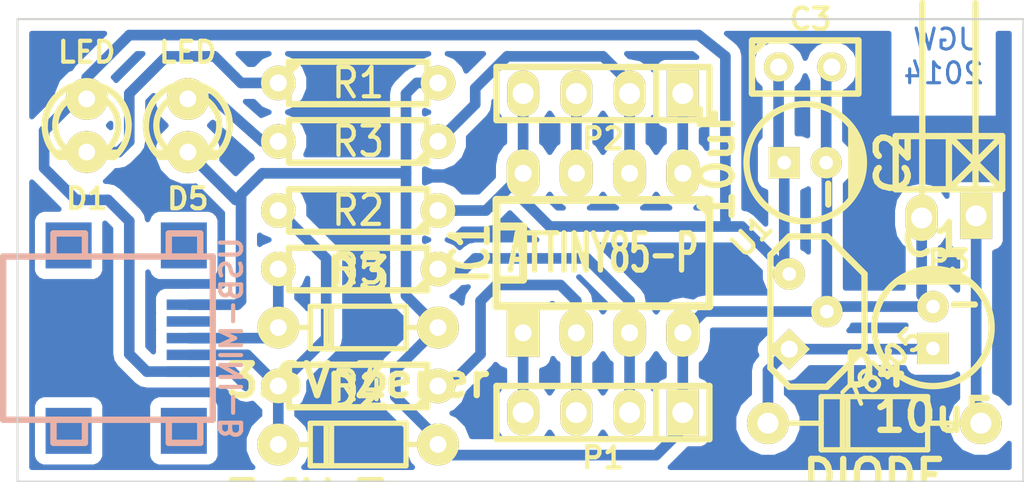
<source format=kicad_pcb>
(kicad_pcb (version 3) (host pcbnew "(2013-07-07 BZR 4022)-stable")

  (general
    (links 37)
    (no_connects 0)
    (area 113.95202 92.557599 164.642001 117.7544)
    (thickness 1.6)
    (drawings 5)
    (tracks 110)
    (zones 0)
    (modules 19)
    (nets 15)
  )

  (page USLetter)
  (layers
    (15 F.Cu signal)
    (0 B.Cu signal)
    (16 B.Adhes user)
    (17 F.Adhes user)
    (18 B.Paste user)
    (19 F.Paste user)
    (20 B.SilkS user)
    (21 F.SilkS user)
    (22 B.Mask user)
    (23 F.Mask user)
    (24 Dwgs.User user)
    (25 Cmts.User user)
    (26 Eco1.User user)
    (27 Eco2.User user)
    (28 Edge.Cuts user)
  )

  (setup
    (last_trace_width 0.508)
    (trace_clearance 0.254)
    (zone_clearance 0.508)
    (zone_45_only no)
    (trace_min 0.254)
    (segment_width 0.2)
    (edge_width 0.1)
    (via_size 0.889)
    (via_drill 0.635)
    (via_min_size 0.889)
    (via_min_drill 0.508)
    (uvia_size 0.508)
    (uvia_drill 0.127)
    (uvias_allowed no)
    (uvia_min_size 0.508)
    (uvia_min_drill 0.127)
    (pcb_text_width 0.3)
    (pcb_text_size 1.5 1.5)
    (mod_edge_width 0.15)
    (mod_text_size 1 1)
    (mod_text_width 0.15)
    (pad_size 1.5 1.5)
    (pad_drill 0.65)
    (pad_to_mask_clearance 0)
    (aux_axis_origin 0 0)
    (visible_elements 7FFFFFCF)
    (pcbplotparams
      (layerselection 3178497)
      (usegerberextensions true)
      (excludeedgelayer true)
      (linewidth 0.150000)
      (plotframeref false)
      (viasonmask false)
      (mode 1)
      (useauxorigin false)
      (hpglpennumber 1)
      (hpglpenspeed 20)
      (hpglpendiameter 15)
      (hpglpenoverlay 2)
      (psnegative false)
      (psa4output false)
      (plotreference true)
      (plotvalue true)
      (plotothertext true)
      (plotinvisibletext false)
      (padsonsilk false)
      (subtractmaskfromsilk false)
      (outputformat 1)
      (mirror false)
      (drillshape 1)
      (scaleselection 1)
      (outputdirectory C:/Users/Joseph/Desktop/))
  )

  (net 0 "")
  (net 1 GND)
  (net 2 N-000001)
  (net 3 N-0000018)
  (net 4 N-0000019)
  (net 5 N-000002)
  (net 6 N-000005)
  (net 7 N-000006)
  (net 8 P0)
  (net 9 P1)
  (net 10 P2)
  (net 11 P3)
  (net 12 P4)
  (net 13 P5)
  (net 14 VCC)

  (net_class Default "This is the default net class."
    (clearance 0.254)
    (trace_width 0.508)
    (via_dia 0.889)
    (via_drill 0.635)
    (uvia_dia 0.508)
    (uvia_drill 0.127)
    (add_net "")
    (add_net GND)
    (add_net N-000001)
    (add_net N-0000018)
    (add_net N-0000019)
    (add_net N-000002)
    (add_net N-000005)
    (add_net N-000006)
    (add_net P0)
    (add_net P1)
    (add_net P2)
    (add_net P3)
    (add_net P4)
    (add_net P5)
    (add_net VCC)
  )

  (module TO92 (layer F.Cu) (tedit 5398F3A1) (tstamp 5395400A)
    (at 153.416 107.696 225)
    (descr "Transistor TO92 brochage type BC237")
    (tags "TR TO92")
    (path /53953B2B)
    (fp_text reference U1 (at -1.27 3.81 225) (layer F.SilkS)
      (effects (font (size 1.016 1.016) (thickness 0.2032)))
    )
    (fp_text value 78L05 (at -1.27 -5.08 225) (layer F.SilkS)
      (effects (font (size 1.016 1.016) (thickness 0.2032)))
    )
    (fp_line (start -1.27 2.54) (end 2.54 -1.27) (layer F.SilkS) (width 0.3048))
    (fp_line (start 2.54 -1.27) (end 2.54 -2.54) (layer F.SilkS) (width 0.3048))
    (fp_line (start 2.54 -2.54) (end 1.27 -3.81) (layer F.SilkS) (width 0.3048))
    (fp_line (start 1.27 -3.81) (end -1.27 -3.81) (layer F.SilkS) (width 0.3048))
    (fp_line (start -1.27 -3.81) (end -3.81 -1.27) (layer F.SilkS) (width 0.3048))
    (fp_line (start -3.81 -1.27) (end -3.81 1.27) (layer F.SilkS) (width 0.3048))
    (fp_line (start -3.81 1.27) (end -2.54 2.54) (layer F.SilkS) (width 0.3048))
    (fp_line (start -2.54 2.54) (end -1.27 2.54) (layer F.SilkS) (width 0.3048))
    (pad 1 thru_hole rect (at 1.27 -1.27 225) (size 1.397 1.397) (drill 0.8128)
      (layers *.Cu *.Mask F.SilkS)
      (net 2 N-000001)
    )
    (pad 2 thru_hole circle (at -1.27 -1.27 225) (size 1.5 1.5) (drill 0.65)
      (layers *.Cu *.Mask F.SilkS)
      (net 1 GND)
    )
    (pad 3 thru_hole circle (at -1.27 1.27 225) (size 1.5 1.5) (drill 0.65)
      (layers *.Cu *.Mask F.SilkS)
      (net 14 VCC)
    )
    (model discret/to98.wrl
      (at (xyz 0 0 0))
      (scale (xyz 1 1 1))
      (rotate (xyz 0 0 0))
    )
  )

  (module pin_strip_2-90 (layer F.Cu) (tedit 5398EE9D) (tstamp 5398E307)
    (at 161.036 103.124 180)
    (descr "Pin strip 2pin 90")
    (tags "CONN DEV")
    (path /53953AB7)
    (fp_text reference P3 (at 0 -2.159 180) (layer F.SilkS)
      (effects (font (size 1.016 1.016) (thickness 0.2032)))
    )
    (fp_text value CONN_2 (at 0.254 -3.556 180) (layer F.SilkS) hide
      (effects (font (size 1.016 0.889) (thickness 0.2032)))
    )
    (fp_line (start 0 3.81) (end -2.54 1.27) (layer F.SilkS) (width 0.3048))
    (fp_line (start 0 3.81) (end 0 1.27) (layer F.SilkS) (width 0.3048))
    (fp_line (start 0 1.27) (end -2.54 3.81) (layer F.SilkS) (width 0.3048))
    (fp_line (start -2.54 3.81) (end 2.54 3.81) (layer F.SilkS) (width 0.3048))
    (fp_line (start 2.54 3.81) (end 2.54 1.27) (layer F.SilkS) (width 0.3048))
    (fp_line (start 2.54 1.27) (end -2.54 1.27) (layer F.SilkS) (width 0.3048))
    (fp_line (start -1.27 0) (end -1.27 10.16) (layer F.SilkS) (width 0.3048))
    (fp_line (start 1.27 0) (end 1.27 10.16) (layer F.SilkS) (width 0.3048))
    (fp_line (start -2.54 3.81) (end -2.54 1.27) (layer F.SilkS) (width 0.3048))
    (pad 1 thru_hole rect (at -1.3 0 180) (size 1.524 2.19964) (drill 1.00076)
      (layers *.Cu *.Mask F.SilkS)
      (net 5 N-000002)
    )
    (pad 2 thru_hole oval (at 1.3 -0.1 180) (size 1.524 2.19964) (drill 1.00076)
      (layers *.Cu *.Mask F.SilkS)
      (net 1 GND)
    )
    (model walter/pin_strip/pin_strip_2-90.wrl
      (at (xyz 0 0 0))
      (scale (xyz 1 1 1))
      (rotate (xyz 0 0 0))
    )
  )

  (module conn_usb_B_mini_smd (layer B.Cu) (tedit 5398E470) (tstamp 539540E8)
    (at 120.904 108.966 90)
    (descr "USB B mini SMD connector")
    (path /53547C9C)
    (fp_text reference CON1 (at 0 -6.10108 90) (layer B.SilkS)
      (effects (font (size 0.99822 0.99822) (thickness 0.19558)) (justify mirror))
    )
    (fp_text value USB-MINI-B (at 0 5.90042 90) (layer B.SilkS)
      (effects (font (size 0.99822 0.99822) (thickness 0.19812)) (justify mirror))
    )
    (fp_line (start -3.8989 4.40436) (end -5.00126 4.40436) (layer B.SilkS) (width 0.3048))
    (fp_line (start -5.00126 4.40436) (end -5.00126 2.90322) (layer B.SilkS) (width 0.3048))
    (fp_line (start -5.00126 2.90322) (end -3.8989 2.90322) (layer B.SilkS) (width 0.3048))
    (fp_line (start 5.00126 2.90068) (end 3.8989 2.90068) (layer B.SilkS) (width 0.3048))
    (fp_line (start 5.00126 4.40182) (end 5.00126 2.90068) (layer B.SilkS) (width 0.3048))
    (fp_line (start 3.8989 4.40182) (end 5.00126 4.40182) (layer B.SilkS) (width 0.3048))
    (fp_line (start 3.8989 -1.09982) (end 5.00126 -1.09982) (layer B.SilkS) (width 0.3048))
    (fp_line (start 5.00126 -1.09982) (end 5.00126 -2.60096) (layer B.SilkS) (width 0.3048))
    (fp_line (start 5.00126 -2.60096) (end 3.8989 -2.60096) (layer B.SilkS) (width 0.3048))
    (fp_line (start -3.8989 -1.09982) (end -5.00126 -1.09982) (layer B.SilkS) (width 0.3048))
    (fp_line (start -5.00126 -1.09982) (end -5.00126 -2.60096) (layer B.SilkS) (width 0.3048))
    (fp_line (start -5.00126 -2.60096) (end -3.8989 -2.60096) (layer B.SilkS) (width 0.3048))
    (fp_line (start -3.8989 -5.00126) (end 3.8989 -5.00126) (layer B.SilkS) (width 0.3048))
    (fp_line (start 3.8989 -5.00126) (end 3.8989 5.00126) (layer B.SilkS) (width 0.3048))
    (fp_line (start 3.8989 5.00126) (end -3.8989 5.00126) (layer B.SilkS) (width 0.3048))
    (fp_line (start -3.8989 5.00126) (end -3.8989 -5.00126) (layer B.SilkS) (width 0.3048))
    (pad "" smd rect (at 4.42976 3.6195 90) (size 2.1971 2.1971)
      (layers B.Cu B.Paste B.Mask)
    )
    (pad 1 smd rect (at -1.59766 3.8989 90) (size 0.49784 2.1971)
      (layers B.Cu B.Paste B.Mask)
      (net 14 VCC)
    )
    (pad 2 smd rect (at -0.79756 3.8989 90) (size 0.49784 2.1971)
      (layers B.Cu B.Paste B.Mask)
      (net 4 N-0000019)
    )
    (pad 3 smd rect (at 0 3.8989 90) (size 0.49784 2.1971)
      (layers B.Cu B.Paste B.Mask)
      (net 3 N-0000018)
    )
    (pad 4 smd rect (at 0.79756 3.8989 90) (size 0.49784 2.1971)
      (layers B.Cu B.Paste B.Mask)
    )
    (pad 5 smd rect (at 1.59766 3.8989 90) (size 0.49784 2.1971)
      (layers B.Cu B.Paste B.Mask)
      (net 1 GND)
    )
    (pad "" smd rect (at -4.42976 3.6195 90) (size 2.1971 2.1971)
      (layers B.Cu B.Paste B.Mask)
    )
    (pad "" smd rect (at -4.42976 -1.8796 90) (size 2.1971 2.1971)
      (layers B.Cu B.Paste B.Mask)
    )
    (pad "" smd rect (at 4.42976 -1.8796 90) (size 2.1971 2.1971)
      (layers B.Cu B.Paste B.Mask)
    )
    (model walter/conn_pc/usb_B_mini_smd.wrl
      (at (xyz 0 0 0))
      (scale (xyz 1 1 1))
      (rotate (xyz 0 0 0))
    )
  )

  (module R3-LARGE_PADS (layer F.Cu) (tedit 47E26765) (tstamp 53954018)
    (at 132.842 111.252 180)
    (descr "Resitance 3 pas")
    (tags R)
    (path /53547DCB)
    (autoplace_cost180 10)
    (fp_text reference R4 (at 0 0 180) (layer F.SilkS)
      (effects (font (size 1.397 1.27) (thickness 0.2032)))
    )
    (fp_text value 68ohm (at 0 0 180) (layer F.SilkS) hide
      (effects (font (size 1.397 1.27) (thickness 0.2032)))
    )
    (fp_line (start -3.81 0) (end -3.302 0) (layer F.SilkS) (width 0.3048))
    (fp_line (start 3.81 0) (end 3.302 0) (layer F.SilkS) (width 0.3048))
    (fp_line (start 3.302 0) (end 3.302 -1.016) (layer F.SilkS) (width 0.3048))
    (fp_line (start 3.302 -1.016) (end -3.302 -1.016) (layer F.SilkS) (width 0.3048))
    (fp_line (start -3.302 -1.016) (end -3.302 1.016) (layer F.SilkS) (width 0.3048))
    (fp_line (start -3.302 1.016) (end 3.302 1.016) (layer F.SilkS) (width 0.3048))
    (fp_line (start 3.302 1.016) (end 3.302 0) (layer F.SilkS) (width 0.3048))
    (fp_line (start -3.302 -0.508) (end -2.794 -1.016) (layer F.SilkS) (width 0.3048))
    (pad 1 thru_hole circle (at -3.81 0 180) (size 1.651 1.651) (drill 0.8128)
      (layers *.Cu *.Mask F.SilkS)
      (net 11 P3)
    )
    (pad 2 thru_hole circle (at 3.81 0 180) (size 1.651 1.651) (drill 0.8128)
      (layers *.Cu *.Mask F.SilkS)
      (net 4 N-0000019)
    )
    (model discret/resistor.wrl
      (at (xyz 0 0 0))
      (scale (xyz 0.3 0.3 0.3))
      (rotate (xyz 0 0 0))
    )
  )

  (module R3-LARGE_PADS (layer F.Cu) (tedit 47E26765) (tstamp 53954026)
    (at 132.842 105.664 180)
    (descr "Resitance 3 pas")
    (tags R)
    (path /53547DF3)
    (autoplace_cost180 10)
    (fp_text reference R5 (at 0 0 180) (layer F.SilkS)
      (effects (font (size 1.397 1.27) (thickness 0.2032)))
    )
    (fp_text value 68ohm (at 0 0 180) (layer F.SilkS) hide
      (effects (font (size 1.397 1.27) (thickness 0.2032)))
    )
    (fp_line (start -3.81 0) (end -3.302 0) (layer F.SilkS) (width 0.3048))
    (fp_line (start 3.81 0) (end 3.302 0) (layer F.SilkS) (width 0.3048))
    (fp_line (start 3.302 0) (end 3.302 -1.016) (layer F.SilkS) (width 0.3048))
    (fp_line (start 3.302 -1.016) (end -3.302 -1.016) (layer F.SilkS) (width 0.3048))
    (fp_line (start -3.302 -1.016) (end -3.302 1.016) (layer F.SilkS) (width 0.3048))
    (fp_line (start -3.302 1.016) (end 3.302 1.016) (layer F.SilkS) (width 0.3048))
    (fp_line (start 3.302 1.016) (end 3.302 0) (layer F.SilkS) (width 0.3048))
    (fp_line (start -3.302 -0.508) (end -2.794 -1.016) (layer F.SilkS) (width 0.3048))
    (pad 1 thru_hole circle (at -3.81 0 180) (size 1.651 1.651) (drill 0.8128)
      (layers *.Cu *.Mask F.SilkS)
      (net 12 P4)
    )
    (pad 2 thru_hole circle (at 3.81 0 180) (size 1.651 1.651) (drill 0.8128)
      (layers *.Cu *.Mask F.SilkS)
      (net 3 N-0000018)
    )
    (model discret/resistor.wrl
      (at (xyz 0 0 0))
      (scale (xyz 0.3 0.3 0.3))
      (rotate (xyz 0 0 0))
    )
  )

  (module R3-LARGE_PADS (layer F.Cu) (tedit 47E26765) (tstamp 53954034)
    (at 132.842 102.87 180)
    (descr "Resitance 3 pas")
    (tags R)
    (path /53547E10)
    (autoplace_cost180 10)
    (fp_text reference R2 (at 0 0 180) (layer F.SilkS)
      (effects (font (size 1.397 1.27) (thickness 0.2032)))
    )
    (fp_text value 1.5Kohm (at 0 0 180) (layer F.SilkS) hide
      (effects (font (size 1.397 1.27) (thickness 0.2032)))
    )
    (fp_line (start -3.81 0) (end -3.302 0) (layer F.SilkS) (width 0.3048))
    (fp_line (start 3.81 0) (end 3.302 0) (layer F.SilkS) (width 0.3048))
    (fp_line (start 3.302 0) (end 3.302 -1.016) (layer F.SilkS) (width 0.3048))
    (fp_line (start 3.302 -1.016) (end -3.302 -1.016) (layer F.SilkS) (width 0.3048))
    (fp_line (start -3.302 -1.016) (end -3.302 1.016) (layer F.SilkS) (width 0.3048))
    (fp_line (start -3.302 1.016) (end 3.302 1.016) (layer F.SilkS) (width 0.3048))
    (fp_line (start 3.302 1.016) (end 3.302 0) (layer F.SilkS) (width 0.3048))
    (fp_line (start -3.302 -0.508) (end -2.794 -1.016) (layer F.SilkS) (width 0.3048))
    (pad 1 thru_hole circle (at -3.81 0 180) (size 1.651 1.651) (drill 0.8128)
      (layers *.Cu *.Mask F.SilkS)
      (net 14 VCC)
    )
    (pad 2 thru_hole circle (at 3.81 0 180) (size 1.651 1.651) (drill 0.8128)
      (layers *.Cu *.Mask F.SilkS)
      (net 4 N-0000019)
    )
    (model discret/resistor.wrl
      (at (xyz 0 0 0))
      (scale (xyz 0.3 0.3 0.3))
      (rotate (xyz 0 0 0))
    )
  )

  (module pin_socket_4 (layer F.Cu) (tedit 4B90DFFC) (tstamp 5395405C)
    (at 144.526 112.522 180)
    (descr "Pin socket 4pin")
    (tags "CONN DEV")
    (path /535B0D3C)
    (fp_text reference P1 (at 0 -2.159 180) (layer F.SilkS)
      (effects (font (size 1.016 1.016) (thickness 0.2032)))
    )
    (fp_text value CONN_4 (at 0.254 -3.556 180) (layer F.SilkS) hide
      (effects (font (size 1.016 0.889) (thickness 0.2032)))
    )
    (fp_line (start -2.54 -1.27) (end -2.54 1.27) (layer F.SilkS) (width 0.3048))
    (fp_line (start 5.08 1.27) (end -5.08 1.27) (layer F.SilkS) (width 0.3048))
    (fp_line (start -5.08 -1.27) (end 5.08 -1.27) (layer F.SilkS) (width 0.3048))
    (fp_line (start -5.08 1.27) (end -5.08 -1.27) (layer F.SilkS) (width 0.3048))
    (fp_line (start 5.08 -1.27) (end 5.08 1.27) (layer F.SilkS) (width 0.3048))
    (pad 1 thru_hole rect (at -3.81 0 180) (size 1.524 2.19964) (drill 1.00076)
      (layers *.Cu *.Mask F.SilkS)
      (net 1 GND)
    )
    (pad 2 thru_hole oval (at -1.27 0 180) (size 1.524 2.19964) (drill 1.00076)
      (layers *.Cu *.Mask F.SilkS)
      (net 12 P4)
    )
    (pad 3 thru_hole oval (at 1.27 0 180) (size 1.524 2.19964) (drill 1.00076)
      (layers *.Cu *.Mask F.SilkS)
      (net 11 P3)
    )
    (pad 4 thru_hole oval (at 3.81 0 180) (size 1.524 2.19964) (drill 1.00076)
      (layers *.Cu *.Mask F.SilkS)
      (net 13 P5)
    )
    (model walter/pin_strip/pin_socket_4.wrl
      (at (xyz 0 0 0))
      (scale (xyz 1 1 1))
      (rotate (xyz 0 0 0))
    )
  )

  (module pin_socket_4 (layer F.Cu) (tedit 4B90DFFC) (tstamp 53954069)
    (at 144.526 97.282 180)
    (descr "Pin socket 4pin")
    (tags "CONN DEV")
    (path /535B0D53)
    (fp_text reference P2 (at 0 -2.159 180) (layer F.SilkS)
      (effects (font (size 1.016 1.016) (thickness 0.2032)))
    )
    (fp_text value CONN_4 (at 0.254 -3.556 180) (layer F.SilkS) hide
      (effects (font (size 1.016 0.889) (thickness 0.2032)))
    )
    (fp_line (start -2.54 -1.27) (end -2.54 1.27) (layer F.SilkS) (width 0.3048))
    (fp_line (start 5.08 1.27) (end -5.08 1.27) (layer F.SilkS) (width 0.3048))
    (fp_line (start -5.08 -1.27) (end 5.08 -1.27) (layer F.SilkS) (width 0.3048))
    (fp_line (start -5.08 1.27) (end -5.08 -1.27) (layer F.SilkS) (width 0.3048))
    (fp_line (start 5.08 -1.27) (end 5.08 1.27) (layer F.SilkS) (width 0.3048))
    (pad 1 thru_hole rect (at -3.81 0 180) (size 1.524 2.19964) (drill 1.00076)
      (layers *.Cu *.Mask F.SilkS)
      (net 8 P0)
    )
    (pad 2 thru_hole oval (at -1.27 0 180) (size 1.524 2.19964) (drill 1.00076)
      (layers *.Cu *.Mask F.SilkS)
      (net 9 P1)
    )
    (pad 3 thru_hole oval (at 1.27 0 180) (size 1.524 2.19964) (drill 1.00076)
      (layers *.Cu *.Mask F.SilkS)
      (net 10 P2)
    )
    (pad 4 thru_hole oval (at 3.81 0 180) (size 1.524 2.19964) (drill 1.00076)
      (layers *.Cu *.Mask F.SilkS)
      (net 14 VCC)
    )
    (model walter/pin_strip/pin_socket_4.wrl
      (at (xyz 0 0 0))
      (scale (xyz 1 1 1))
      (rotate (xyz 0 0 0))
    )
  )

  (module DIP-8__300_ELL (layer F.Cu) (tedit 200000) (tstamp 53954089)
    (at 144.526 104.902)
    (descr "8 pins DIL package, elliptical pads")
    (tags DIL)
    (path /53547CC4)
    (fp_text reference IC1 (at -6.35 0 90) (layer F.SilkS)
      (effects (font (size 1.778 1.143) (thickness 0.3048)))
    )
    (fp_text value ATTINY85-P (at 0 0) (layer F.SilkS)
      (effects (font (size 1.778 1.016) (thickness 0.3048)))
    )
    (fp_line (start -5.08 -1.27) (end -3.81 -1.27) (layer F.SilkS) (width 0.381))
    (fp_line (start -3.81 -1.27) (end -3.81 1.27) (layer F.SilkS) (width 0.381))
    (fp_line (start -3.81 1.27) (end -5.08 1.27) (layer F.SilkS) (width 0.381))
    (fp_line (start -5.08 -2.54) (end 5.08 -2.54) (layer F.SilkS) (width 0.381))
    (fp_line (start 5.08 -2.54) (end 5.08 2.54) (layer F.SilkS) (width 0.381))
    (fp_line (start 5.08 2.54) (end -5.08 2.54) (layer F.SilkS) (width 0.381))
    (fp_line (start -5.08 2.54) (end -5.08 -2.54) (layer F.SilkS) (width 0.381))
    (pad 1 thru_hole rect (at -3.81 3.81) (size 1.5748 2.286) (drill 0.8128)
      (layers *.Cu *.Mask F.SilkS)
      (net 13 P5)
    )
    (pad 2 thru_hole oval (at -1.27 3.81) (size 1.5748 2.286) (drill 0.8128)
      (layers *.Cu *.Mask F.SilkS)
      (net 11 P3)
    )
    (pad 3 thru_hole oval (at 1.27 3.81) (size 1.5748 2.286) (drill 0.8128)
      (layers *.Cu *.Mask F.SilkS)
      (net 12 P4)
    )
    (pad 4 thru_hole oval (at 3.81 3.81) (size 1.5748 2.286) (drill 0.8128)
      (layers *.Cu *.Mask F.SilkS)
      (net 1 GND)
    )
    (pad 5 thru_hole oval (at 3.81 -3.81) (size 1.5748 2.286) (drill 0.8128)
      (layers *.Cu *.Mask F.SilkS)
      (net 8 P0)
    )
    (pad 6 thru_hole oval (at 1.27 -3.81) (size 1.5748 2.286) (drill 0.8128)
      (layers *.Cu *.Mask F.SilkS)
      (net 9 P1)
    )
    (pad 7 thru_hole oval (at -1.27 -3.81) (size 1.5748 2.286) (drill 0.8128)
      (layers *.Cu *.Mask F.SilkS)
      (net 10 P2)
    )
    (pad 8 thru_hole oval (at -3.81 -3.81) (size 1.5748 2.286) (drill 0.8128)
      (layers *.Cu *.Mask F.SilkS)
      (net 14 VCC)
    )
    (model dil/dil_8.wrl
      (at (xyz 0 0 0))
      (scale (xyz 1 1 1))
      (rotate (xyz 0 0 0))
    )
  )

  (module diode_do41 (layer F.Cu) (tedit 4B90E10D) (tstamp 53954097)
    (at 157.48 113.03 180)
    (descr "Diode, DO-41 package")
    (path /53953BAB)
    (fp_text reference D4 (at 0 2.54 180) (layer F.SilkS)
      (effects (font (size 1.524 1.524) (thickness 0.3048)))
    )
    (fp_text value DIODE (at 0 -2.54 180) (layer F.SilkS)
      (effects (font (size 1.524 1.524) (thickness 0.3048)))
    )
    (fp_line (start 1.524 1.27) (end 1.524 -1.27) (layer F.SilkS) (width 0.254))
    (fp_line (start 1.27 -1.27) (end 1.27 1.27) (layer F.SilkS) (width 0.254))
    (fp_line (start -2.54 -1.27) (end -2.54 1.27) (layer F.SilkS) (width 0.254))
    (fp_line (start 2.54 -1.27) (end 2.54 1.27) (layer F.SilkS) (width 0.254))
    (fp_line (start -2.54 -1.27) (end 2.54 -1.27) (layer F.SilkS) (width 0.254))
    (fp_line (start 2.54 1.27) (end -2.54 1.27) (layer F.SilkS) (width 0.254))
    (fp_line (start 4.826 0) (end 2.54 0) (layer F.SilkS) (width 0.254))
    (fp_line (start -2.54 0) (end -4.826 0) (layer F.SilkS) (width 0.254))
    (pad 1 thru_hole circle (at -5.08 0 180) (size 1.99898 1.99898) (drill 1.00076)
      (layers *.Cu *.Mask F.SilkS)
      (net 5 N-000002)
    )
    (pad 2 thru_hole circle (at 5.08 0 180) (size 1.99898 1.99898) (drill 1.00076)
      (layers *.Cu *.Mask F.SilkS)
      (net 2 N-000001)
    )
    (model walter/pth_diodes/diode_do41.wrl
      (at (xyz 0 0 0))
      (scale (xyz 1 1 1))
      (rotate (xyz 0 0 0))
    )
  )

  (module diode_do35 (layer F.Cu) (tedit 4B90E117) (tstamp 539540A5)
    (at 132.842 108.458 180)
    (descr "Diode, DO-35 package")
    (path /53547D8C)
    (fp_text reference D3 (at 0 2.54 180) (layer F.SilkS)
      (effects (font (size 1.524 1.524) (thickness 0.3048)))
    )
    (fp_text value "3.6V Zener" (at 0 -2.54 180) (layer F.SilkS)
      (effects (font (size 1.524 1.524) (thickness 0.3048)))
    )
    (fp_line (start 1.524 1.016) (end 1.524 -1.016) (layer F.SilkS) (width 0.254))
    (fp_line (start 1.27 -1.016) (end 1.27 1.016) (layer F.SilkS) (width 0.254))
    (fp_line (start 3.81 0) (end 2.286 0) (layer F.SilkS) (width 0.254))
    (fp_line (start -2.286 0) (end -3.81 0) (layer F.SilkS) (width 0.254))
    (fp_line (start -2.286 -1.016) (end 2.286 -1.016) (layer F.SilkS) (width 0.254))
    (fp_line (start 2.286 -1.016) (end 2.286 1.016) (layer F.SilkS) (width 0.254))
    (fp_line (start 2.286 1.016) (end -2.286 1.016) (layer F.SilkS) (width 0.254))
    (fp_line (start -2.286 1.016) (end -2.286 -1.016) (layer F.SilkS) (width 0.254))
    (pad 1 thru_hole circle (at -3.81 0 180) (size 1.99898 1.99898) (drill 0.8001)
      (layers *.Cu *.Mask F.SilkS)
      (net 1 GND)
    )
    (pad 2 thru_hole circle (at 3.81 0 180) (size 1.99898 1.99898) (drill 0.8001)
      (layers *.Cu *.Mask F.SilkS)
      (net 3 N-0000018)
    )
    (model walter/pth_diodes/diode_do35.wrl
      (at (xyz 0 0 0))
      (scale (xyz 1 1 1))
      (rotate (xyz 0 0 0))
    )
  )

  (module diode_do35 (layer F.Cu) (tedit 4B90E117) (tstamp 539540B3)
    (at 132.842 114.046 180)
    (descr "Diode, DO-35 package")
    (path /53547D74)
    (fp_text reference D2 (at 0 2.54 180) (layer F.SilkS)
      (effects (font (size 1.524 1.524) (thickness 0.3048)))
    )
    (fp_text value "3.6V Zener" (at 0 -2.54 180) (layer F.SilkS)
      (effects (font (size 1.524 1.524) (thickness 0.3048)))
    )
    (fp_line (start 1.524 1.016) (end 1.524 -1.016) (layer F.SilkS) (width 0.254))
    (fp_line (start 1.27 -1.016) (end 1.27 1.016) (layer F.SilkS) (width 0.254))
    (fp_line (start 3.81 0) (end 2.286 0) (layer F.SilkS) (width 0.254))
    (fp_line (start -2.286 0) (end -3.81 0) (layer F.SilkS) (width 0.254))
    (fp_line (start -2.286 -1.016) (end 2.286 -1.016) (layer F.SilkS) (width 0.254))
    (fp_line (start 2.286 -1.016) (end 2.286 1.016) (layer F.SilkS) (width 0.254))
    (fp_line (start 2.286 1.016) (end -2.286 1.016) (layer F.SilkS) (width 0.254))
    (fp_line (start -2.286 1.016) (end -2.286 -1.016) (layer F.SilkS) (width 0.254))
    (pad 1 thru_hole circle (at -3.81 0 180) (size 1.99898 1.99898) (drill 0.8001)
      (layers *.Cu *.Mask F.SilkS)
      (net 1 GND)
    )
    (pad 2 thru_hole circle (at 3.81 0 180) (size 1.99898 1.99898) (drill 0.8001)
      (layers *.Cu *.Mask F.SilkS)
      (net 4 N-0000019)
    )
    (model walter/pth_diodes/diode_do35.wrl
      (at (xyz 0 0 0))
      (scale (xyz 1 1 1))
      (rotate (xyz 0 0 0))
    )
  )

  (module CP_5x7mm (layer F.Cu) (tedit 526423F6) (tstamp 539540BE)
    (at 160.274 108.458)
    (descr "Capacitor, pol, cyl 5x7mm")
    (path /53953B4F)
    (fp_text reference C1 (at 0 -4.2) (layer F.SilkS)
      (effects (font (size 1.524 1.524) (thickness 0.3048)))
    )
    (fp_text value 10uF (at 0 4.2) (layer F.SilkS)
      (effects (font (size 1.524 1.524) (thickness 0.3048)))
    )
    (fp_line (start -0.8 -2.6) (end 0.8 -2.6) (layer F.SilkS) (width 0.3048))
    (fp_line (start -1.3 -2.4) (end 1.3 -2.4) (layer F.SilkS) (width 0.3048))
    (fp_line (start -1.7 -2.2) (end 1.7 -2.2) (layer F.SilkS) (width 0.3048))
    (fp_circle (center 0 0) (end 2.8 0) (layer F.SilkS) (width 0.3048))
    (fp_line (start 1 -1.1) (end 2 -1.1) (layer F.SilkS) (width 0.3))
    (pad 1 thru_hole rect (at 0 1) (size 1.5 1.5) (drill 0.65)
      (layers *.Cu *.Mask F.SilkS)
      (net 2 N-000001)
    )
    (pad 2 thru_hole circle (at 0 -1) (size 1.5 1.5) (drill 0.65)
      (layers *.Cu *.Mask F.SilkS)
      (net 1 GND)
    )
    (model walter/capacitors/cp_5x7mm.wrl
      (at (xyz 0 0 0))
      (scale (xyz 1 1 1))
      (rotate (xyz 0 0 0))
    )
  )

  (module CP_5x7mm (layer F.Cu) (tedit 526423F6) (tstamp 539540C9)
    (at 154.178 100.584 270)
    (descr "Capacitor, pol, cyl 5x7mm")
    (path /53953B5C)
    (fp_text reference C2 (at 0 -4.2 270) (layer F.SilkS)
      (effects (font (size 1.524 1.524) (thickness 0.3048)))
    )
    (fp_text value 10uF (at 0 4.2 270) (layer F.SilkS)
      (effects (font (size 1.524 1.524) (thickness 0.3048)))
    )
    (fp_line (start -0.8 -2.6) (end 0.8 -2.6) (layer F.SilkS) (width 0.3048))
    (fp_line (start -1.3 -2.4) (end 1.3 -2.4) (layer F.SilkS) (width 0.3048))
    (fp_line (start -1.7 -2.2) (end 1.7 -2.2) (layer F.SilkS) (width 0.3048))
    (fp_circle (center 0 0) (end 2.8 0) (layer F.SilkS) (width 0.3048))
    (fp_line (start 1 -1.1) (end 2 -1.1) (layer F.SilkS) (width 0.3))
    (pad 1 thru_hole rect (at 0 1 270) (size 1.5 1.5) (drill 0.65)
      (layers *.Cu *.Mask F.SilkS)
      (net 14 VCC)
    )
    (pad 2 thru_hole circle (at 0 -1 270) (size 1.5 1.5) (drill 0.65)
      (layers *.Cu *.Mask F.SilkS)
      (net 1 GND)
    )
    (model walter/capacitors/cp_5x7mm.wrl
      (at (xyz 0 0 0))
      (scale (xyz 1 1 1))
      (rotate (xyz 0 0 0))
    )
  )

  (module C1 (layer F.Cu) (tedit 3F92C496) (tstamp 539540F3)
    (at 154.178 96.012)
    (descr "Condensateur e = 1 pas")
    (tags C)
    (path /53953B6A)
    (fp_text reference C3 (at 0.254 -2.286) (layer F.SilkS)
      (effects (font (size 1.016 1.016) (thickness 0.2032)))
    )
    (fp_text value 100nF (at 0 -2.286) (layer F.SilkS) hide
      (effects (font (size 1.016 1.016) (thickness 0.2032)))
    )
    (fp_line (start -2.4892 -1.27) (end 2.54 -1.27) (layer F.SilkS) (width 0.3048))
    (fp_line (start 2.54 -1.27) (end 2.54 1.27) (layer F.SilkS) (width 0.3048))
    (fp_line (start 2.54 1.27) (end -2.54 1.27) (layer F.SilkS) (width 0.3048))
    (fp_line (start -2.54 1.27) (end -2.54 -1.27) (layer F.SilkS) (width 0.3048))
    (fp_line (start -2.54 -0.635) (end -1.905 -1.27) (layer F.SilkS) (width 0.3048))
    (pad 1 thru_hole circle (at -1.27 0) (size 1.397 1.397) (drill 0.8128)
      (layers *.Cu *.Mask F.SilkS)
      (net 14 VCC)
    )
    (pad 2 thru_hole circle (at 1.27 0) (size 1.397 1.397) (drill 0.8128)
      (layers *.Cu *.Mask F.SilkS)
      (net 1 GND)
    )
    (model discret/capa_1_pas.wrl
      (at (xyz 0 0 0))
      (scale (xyz 1 1 1))
      (rotate (xyz 0 0 0))
    )
  )

  (module led_3mm_red (layer F.Cu) (tedit 532D9AC8) (tstamp 539A58DD)
    (at 124.714 98.806)
    (descr "3mm red led")
    (tags led)
    (path /539A5799)
    (fp_text reference D5 (at 0 3.5) (layer F.SilkS)
      (effects (font (size 1 1) (thickness 0.2)))
    )
    (fp_text value LED (at 0 -3.5) (layer F.SilkS)
      (effects (font (size 1 1) (thickness 0.2)))
    )
    (fp_arc (start 0 0) (end 1.50876 -1.31064) (angle 90) (layer F.SilkS) (width 0.29972))
    (fp_arc (start 0 0) (end -1.33096 1.50114) (angle 90) (layer F.SilkS) (width 0.29972))
    (fp_arc (start 0 0) (end 0 -1.99898) (angle 90) (layer F.SilkS) (width 0.29972))
    (fp_arc (start 0 0) (end -1.99898 0) (angle 90) (layer F.SilkS) (width 0.29972))
    (fp_line (start -1.50114 1.30048) (end 1.50114 1.30048) (layer F.SilkS) (width 0.29972))
    (fp_line (start -1.30048 1.50114) (end 1.30048 1.50114) (layer F.SilkS) (width 0.29972))
    (fp_circle (center 0 0) (end -1.50114 0) (layer F.SilkS) (width 0.29972))
    (pad 1 thru_hole circle (at 0 -1.27) (size 1.99898 1.99898) (drill 0.8001)
      (layers *.Cu *.Mask F.SilkS)
      (net 7 N-000006)
    )
    (pad 2 thru_hole circle (at 0 1.27) (size 1.99898 1.99898) (drill 0.8001)
      (layers *.Cu *.Mask F.SilkS)
      (net 1 GND)
    )
    (model walter/indicators/led_3mm_red.wrl
      (at (xyz 0 0 0))
      (scale (xyz 1 1 1))
      (rotate (xyz 0 0 0))
    )
  )

  (module led_3mm_green (layer F.Cu) (tedit 532D9AE7) (tstamp 539A58EA)
    (at 119.888 98.806)
    (descr "3mm green led")
    (tags led)
    (path /539A56C8)
    (fp_text reference D1 (at 0 3.5) (layer F.SilkS)
      (effects (font (size 1 1) (thickness 0.2)))
    )
    (fp_text value LED (at 0 -3.5) (layer F.SilkS)
      (effects (font (size 1 1) (thickness 0.2)))
    )
    (fp_arc (start 0 0) (end 1.50876 -1.31064) (angle 90) (layer F.SilkS) (width 0.29972))
    (fp_arc (start 0 0) (end -1.33096 1.50114) (angle 90) (layer F.SilkS) (width 0.29972))
    (fp_arc (start 0 0) (end 0 -1.99898) (angle 90) (layer F.SilkS) (width 0.29972))
    (fp_arc (start 0 0) (end -1.99898 0) (angle 90) (layer F.SilkS) (width 0.29972))
    (fp_line (start -1.50114 1.30048) (end 1.50114 1.30048) (layer F.SilkS) (width 0.29972))
    (fp_line (start -1.30048 1.50114) (end 1.30048 1.50114) (layer F.SilkS) (width 0.29972))
    (fp_circle (center 0 0) (end -1.50114 0) (layer F.SilkS) (width 0.29972))
    (pad 1 thru_hole circle (at 0 -1.27) (size 1.99898 1.99898) (drill 0.8001)
      (layers *.Cu *.Mask F.SilkS)
      (net 14 VCC)
    )
    (pad 2 thru_hole circle (at 0 1.27) (size 1.99898 1.99898) (drill 0.8001)
      (layers *.Cu *.Mask F.SilkS)
      (net 6 N-000005)
    )
    (model walter/indicators/led_3mm_green.wrl
      (at (xyz 0 0 0))
      (scale (xyz 1 1 1))
      (rotate (xyz 0 0 0))
    )
  )

  (module R3-LARGE_PADS (layer F.Cu) (tedit 47E26765) (tstamp 539A596A)
    (at 132.842 96.774)
    (descr "Resitance 3 pas")
    (tags R)
    (path /539A56E1)
    (autoplace_cost180 10)
    (fp_text reference R1 (at 0 0) (layer F.SilkS)
      (effects (font (size 1.397 1.27) (thickness 0.2032)))
    )
    (fp_text value 220ohm (at 0 0) (layer F.SilkS) hide
      (effects (font (size 1.397 1.27) (thickness 0.2032)))
    )
    (fp_line (start -3.81 0) (end -3.302 0) (layer F.SilkS) (width 0.3048))
    (fp_line (start 3.81 0) (end 3.302 0) (layer F.SilkS) (width 0.3048))
    (fp_line (start 3.302 0) (end 3.302 -1.016) (layer F.SilkS) (width 0.3048))
    (fp_line (start 3.302 -1.016) (end -3.302 -1.016) (layer F.SilkS) (width 0.3048))
    (fp_line (start -3.302 -1.016) (end -3.302 1.016) (layer F.SilkS) (width 0.3048))
    (fp_line (start -3.302 1.016) (end 3.302 1.016) (layer F.SilkS) (width 0.3048))
    (fp_line (start 3.302 1.016) (end 3.302 0) (layer F.SilkS) (width 0.3048))
    (fp_line (start -3.302 -0.508) (end -2.794 -1.016) (layer F.SilkS) (width 0.3048))
    (pad 1 thru_hole circle (at -3.81 0) (size 1.651 1.651) (drill 0.8128)
      (layers *.Cu *.Mask F.SilkS)
      (net 6 N-000005)
    )
    (pad 2 thru_hole circle (at 3.81 0) (size 1.651 1.651) (drill 0.8128)
      (layers *.Cu *.Mask F.SilkS)
      (net 1 GND)
    )
    (model discret/resistor.wrl
      (at (xyz 0 0 0))
      (scale (xyz 0.3 0.3 0.3))
      (rotate (xyz 0 0 0))
    )
  )

  (module R3-LARGE_PADS (layer F.Cu) (tedit 47E26765) (tstamp 539A5978)
    (at 132.842 99.568 180)
    (descr "Resitance 3 pas")
    (tags R)
    (path /539A579F)
    (autoplace_cost180 10)
    (fp_text reference R3 (at 0 0 180) (layer F.SilkS)
      (effects (font (size 1.397 1.27) (thickness 0.2032)))
    )
    (fp_text value 220ohm (at 0 0 180) (layer F.SilkS) hide
      (effects (font (size 1.397 1.27) (thickness 0.2032)))
    )
    (fp_line (start -3.81 0) (end -3.302 0) (layer F.SilkS) (width 0.3048))
    (fp_line (start 3.81 0) (end 3.302 0) (layer F.SilkS) (width 0.3048))
    (fp_line (start 3.302 0) (end 3.302 -1.016) (layer F.SilkS) (width 0.3048))
    (fp_line (start 3.302 -1.016) (end -3.302 -1.016) (layer F.SilkS) (width 0.3048))
    (fp_line (start -3.302 -1.016) (end -3.302 1.016) (layer F.SilkS) (width 0.3048))
    (fp_line (start -3.302 1.016) (end 3.302 1.016) (layer F.SilkS) (width 0.3048))
    (fp_line (start 3.302 1.016) (end 3.302 0) (layer F.SilkS) (width 0.3048))
    (fp_line (start -3.302 -0.508) (end -2.794 -1.016) (layer F.SilkS) (width 0.3048))
    (pad 1 thru_hole circle (at -3.81 0 180) (size 1.651 1.651) (drill 0.8128)
      (layers *.Cu *.Mask F.SilkS)
      (net 9 P1)
    )
    (pad 2 thru_hole circle (at 3.81 0 180) (size 1.651 1.651) (drill 0.8128)
      (layers *.Cu *.Mask F.SilkS)
      (net 7 N-000006)
    )
    (model discret/resistor.wrl
      (at (xyz 0 0 0))
      (scale (xyz 0.3 0.3 0.3))
      (rotate (xyz 0 0 0))
    )
  )

  (gr_text "JGW\n2014" (at 160.782 95.504) (layer B.Cu)
    (effects (font (size 1 1) (thickness 0.15)) (justify mirror))
  )
  (gr_line (start 164.592 93.726) (end 116.586 93.726) (angle 90) (layer Edge.Cuts) (width 0.1))
  (gr_line (start 164.592 115.824) (end 164.592 93.726) (angle 90) (layer Edge.Cuts) (width 0.1))
  (gr_line (start 116.586 115.824) (end 164.592 115.824) (angle 90) (layer Edge.Cuts) (width 0.1))
  (gr_line (start 116.586 93.726) (end 116.586 115.824) (angle 90) (layer Edge.Cuts) (width 0.1))

  (segment (start 127.254 102.362) (end 127.254 102.108) (width 0.508) (layer B.Cu) (net 1))
  (segment (start 128.27 101.092) (end 135.128 101.092) (width 0.508) (layer B.Cu) (net 1) (tstamp 539B27ED))
  (segment (start 127.254 102.108) (end 128.27 101.092) (width 0.508) (layer B.Cu) (net 1) (tstamp 539B27EA))
  (segment (start 136.652 96.774) (end 135.636 96.774) (width 0.508) (layer B.Cu) (net 1))
  (segment (start 135.636 96.774) (end 135.128 97.282) (width 0.508) (layer B.Cu) (net 1) (tstamp 539A68CE))
  (segment (start 135.128 97.282) (end 135.128 101.092) (width 0.508) (layer B.Cu) (net 1) (tstamp 539A68D2))
  (segment (start 135.128 101.092) (end 135.128 106.934) (width 0.508) (layer B.Cu) (net 1) (tstamp 539B27F4))
  (segment (start 135.128 106.934) (end 136.652 108.458) (width 0.508) (layer B.Cu) (net 1) (tstamp 539A68D8))
  (segment (start 127.254 102.362) (end 127 102.362) (width 0.508) (layer B.Cu) (net 1))
  (segment (start 127 102.362) (end 124.714 100.076) (width 0.508) (layer B.Cu) (net 1) (tstamp 539A68A8))
  (segment (start 124.8029 107.36834) (end 127.07366 107.36834) (width 0.508) (layer B.Cu) (net 1))
  (segment (start 127.254 102.362) (end 127.254 102.362) (width 0.508) (layer B.Cu) (net 1) (tstamp 539A61DC))
  (segment (start 127.254 107.188) (end 127.254 102.362) (width 0.508) (layer B.Cu) (net 1) (tstamp 539A61D5))
  (segment (start 127.07366 107.36834) (end 127.254 107.188) (width 0.508) (layer B.Cu) (net 1) (tstamp 539A61D2))
  (segment (start 136.652 114.046) (end 136.652 113.792) (width 0.508) (layer B.Cu) (net 1))
  (segment (start 134.62 110.49) (end 136.652 108.458) (width 0.508) (layer B.Cu) (net 1) (tstamp 539A619E))
  (segment (start 134.62 111.76) (end 134.62 110.49) (width 0.508) (layer B.Cu) (net 1) (tstamp 539A619D))
  (segment (start 136.652 113.792) (end 134.62 111.76) (width 0.508) (layer B.Cu) (net 1) (tstamp 539A619C))
  (segment (start 148.336 112.522) (end 148.336 113.284) (width 0.508) (layer B.Cu) (net 1))
  (segment (start 137.16 114.554) (end 136.652 114.046) (width 0.508) (layer B.Cu) (net 1) (tstamp 539A6199))
  (segment (start 147.066 114.554) (end 137.16 114.554) (width 0.508) (layer B.Cu) (net 1) (tstamp 539A6198))
  (segment (start 148.336 113.284) (end 147.066 114.554) (width 0.508) (layer B.Cu) (net 1) (tstamp 539A6197))
  (segment (start 155.212051 107.696) (end 149.352 107.696) (width 0.508) (layer B.Cu) (net 1))
  (segment (start 149.352 107.696) (end 148.336 108.712) (width 0.508) (layer B.Cu) (net 1) (tstamp 5398F222))
  (segment (start 155.178 100.584) (end 155.178 96.282) (width 0.508) (layer B.Cu) (net 1) (status 20))
  (segment (start 155.178 96.282) (end 155.448 96.012) (width 0.508) (layer B.Cu) (net 1) (tstamp 5398F21F) (status 30))
  (segment (start 155.212051 107.696) (end 155.212051 100.618051) (width 0.508) (layer B.Cu) (net 1))
  (segment (start 155.212051 100.618051) (end 155.178 100.584) (width 0.508) (layer B.Cu) (net 1) (tstamp 5398F21B))
  (segment (start 160.274 107.458) (end 155.450051 107.458) (width 0.508) (layer B.Cu) (net 1))
  (segment (start 155.450051 107.458) (end 155.212051 107.696) (width 0.508) (layer B.Cu) (net 1) (tstamp 5398F217))
  (segment (start 159.736 103.224) (end 159.736 106.92) (width 0.508) (layer B.Cu) (net 1))
  (segment (start 159.736 106.92) (end 160.274 107.458) (width 0.508) (layer B.Cu) (net 1) (tstamp 5398F214))
  (segment (start 148.336 108.712) (end 148.336 112.522) (width 0.508) (layer B.Cu) (net 1))
  (segment (start 153.416 109.492051) (end 160.239949 109.492051) (width 0.508) (layer B.Cu) (net 2))
  (segment (start 160.239949 109.492051) (end 160.274 109.458) (width 0.508) (layer B.Cu) (net 2) (tstamp 5398F210))
  (segment (start 152.4 113.03) (end 152.4 110.508051) (width 0.508) (layer B.Cu) (net 2) (status 10))
  (segment (start 152.4 110.508051) (end 153.416 109.492051) (width 0.508) (layer B.Cu) (net 2) (tstamp 5398F20C))
  (segment (start 129.032 108.458) (end 129.032 105.664) (width 0.508) (layer B.Cu) (net 3))
  (segment (start 124.8029 108.966) (end 128.524 108.966) (width 0.508) (layer B.Cu) (net 3))
  (segment (start 128.524 108.966) (end 129.032 108.458) (width 0.508) (layer B.Cu) (net 3) (tstamp 539A61B5))
  (segment (start 129.032 111.252) (end 131.318 108.966) (width 0.508) (layer B.Cu) (net 4))
  (segment (start 131.318 105.156) (end 129.032 102.87) (width 0.508) (layer B.Cu) (net 4) (tstamp 539A61BE))
  (segment (start 131.318 108.966) (end 131.318 105.156) (width 0.508) (layer B.Cu) (net 4) (tstamp 539A61BC))
  (segment (start 129.032 111.252) (end 129.032 114.046) (width 0.508) (layer B.Cu) (net 4))
  (segment (start 124.8029 109.76356) (end 127.54356 109.76356) (width 0.508) (layer B.Cu) (net 4))
  (segment (start 127.54356 109.76356) (end 129.032 111.252) (width 0.508) (layer B.Cu) (net 4) (tstamp 539A61A4))
  (segment (start 162.336 103.124) (end 162.336 112.806) (width 0.508) (layer B.Cu) (net 5) (status 20))
  (segment (start 162.336 112.806) (end 162.56 113.03) (width 0.508) (layer B.Cu) (net 5) (tstamp 5398F206) (status 30))
  (segment (start 129.032 96.774) (end 127.254 96.774) (width 0.508) (layer B.Cu) (net 6))
  (segment (start 121.412 100.076) (end 119.888 100.076) (width 0.508) (layer B.Cu) (net 6) (tstamp 539B2998))
  (segment (start 121.92 99.568) (end 121.412 100.076) (width 0.508) (layer B.Cu) (net 6) (tstamp 539B2995))
  (segment (start 121.92 97.282) (end 121.92 99.568) (width 0.508) (layer B.Cu) (net 6) (tstamp 539B2993))
  (segment (start 123.698 95.504) (end 121.92 97.282) (width 0.508) (layer B.Cu) (net 6) (tstamp 539B298F))
  (segment (start 125.984 95.504) (end 123.698 95.504) (width 0.508) (layer B.Cu) (net 6) (tstamp 539B298B))
  (segment (start 127.254 96.774) (end 125.984 95.504) (width 0.508) (layer B.Cu) (net 6) (tstamp 539B2986))
  (segment (start 129.032 99.568) (end 128.27 99.568) (width 0.508) (layer B.Cu) (net 7) (status 30))
  (segment (start 125.984 97.536) (end 124.714 97.536) (width 0.508) (layer B.Cu) (net 7) (tstamp 539A68A0))
  (segment (start 128.27 99.568) (end 125.984 97.536) (width 0.508) (layer B.Cu) (net 7) (tstamp 539A6892) (status 10))
  (segment (start 148.336 101.092) (end 148.336 97.282) (width 0.508) (layer B.Cu) (net 8))
  (segment (start 145.796 97.282) (end 145.796 96.774) (width 0.508) (layer B.Cu) (net 9))
  (segment (start 138.43 97.79) (end 136.652 99.568) (width 0.508) (layer B.Cu) (net 9) (tstamp 539B27C3))
  (segment (start 138.43 97.028) (end 138.43 97.79) (width 0.508) (layer B.Cu) (net 9) (tstamp 539B27BE))
  (segment (start 139.954 95.504) (end 138.43 97.028) (width 0.508) (layer B.Cu) (net 9) (tstamp 539B27BA))
  (segment (start 144.526 95.504) (end 139.954 95.504) (width 0.508) (layer B.Cu) (net 9) (tstamp 539B27B4))
  (segment (start 145.796 96.774) (end 144.526 95.504) (width 0.508) (layer B.Cu) (net 9) (tstamp 539B27B2))
  (segment (start 145.796 101.092) (end 145.796 97.282) (width 0.508) (layer B.Cu) (net 9))
  (segment (start 143.256 101.092) (end 143.256 97.282) (width 0.508) (layer B.Cu) (net 10))
  (segment (start 136.652 111.252) (end 137.16 111.252) (width 0.508) (layer B.Cu) (net 11))
  (segment (start 143.256 107.188) (end 143.256 108.712) (width 0.508) (layer B.Cu) (net 11) (tstamp 539A6217))
  (segment (start 142.494 106.426) (end 143.256 107.188) (width 0.508) (layer B.Cu) (net 11) (tstamp 539A6215))
  (segment (start 139.446 106.426) (end 142.494 106.426) (width 0.508) (layer B.Cu) (net 11) (tstamp 539A6213))
  (segment (start 138.684 107.188) (end 139.446 106.426) (width 0.508) (layer B.Cu) (net 11) (tstamp 539A6211))
  (segment (start 138.684 109.728) (end 138.684 107.188) (width 0.508) (layer B.Cu) (net 11) (tstamp 539A620C))
  (segment (start 137.16 111.252) (end 138.684 109.728) (width 0.508) (layer B.Cu) (net 11) (tstamp 539A620A))
  (segment (start 143.256 108.712) (end 143.256 112.522) (width 0.508) (layer B.Cu) (net 11))
  (segment (start 136.652 105.664) (end 137.922 105.664) (width 0.508) (layer B.Cu) (net 12))
  (segment (start 145.796 107.188) (end 145.796 108.712) (width 0.508) (layer B.Cu) (net 12) (tstamp 539A6228))
  (segment (start 143.764 105.156) (end 145.796 107.188) (width 0.508) (layer B.Cu) (net 12) (tstamp 539A6224))
  (segment (start 138.43 105.156) (end 143.764 105.156) (width 0.508) (layer B.Cu) (net 12) (tstamp 539A621F))
  (segment (start 137.922 105.664) (end 138.43 105.156) (width 0.508) (layer B.Cu) (net 12) (tstamp 539A621A))
  (segment (start 145.796 108.712) (end 145.796 112.522) (width 0.508) (layer B.Cu) (net 12))
  (segment (start 140.716 108.712) (end 140.716 112.522) (width 0.508) (layer B.Cu) (net 13))
  (segment (start 119.888 97.536) (end 119.38 97.536) (width 0.508) (layer B.Cu) (net 14))
  (segment (start 122.75566 110.56366) (end 124.8029 110.56366) (width 0.508) (layer B.Cu) (net 14) (tstamp 539B29CE))
  (segment (start 121.92 109.728) (end 122.75566 110.56366) (width 0.508) (layer B.Cu) (net 14) (tstamp 539B29CC))
  (segment (start 121.92 103.378) (end 121.92 109.728) (width 0.508) (layer B.Cu) (net 14) (tstamp 539B29C8))
  (segment (start 120.904 102.362) (end 121.92 103.378) (width 0.508) (layer B.Cu) (net 14) (tstamp 539B29C5))
  (segment (start 119.38 102.362) (end 120.904 102.362) (width 0.508) (layer B.Cu) (net 14) (tstamp 539B29C1))
  (segment (start 117.856 100.838) (end 119.38 102.362) (width 0.508) (layer B.Cu) (net 14) (tstamp 539B29BE))
  (segment (start 117.856 99.06) (end 117.856 100.838) (width 0.508) (layer B.Cu) (net 14) (tstamp 539B29BA))
  (segment (start 119.38 97.536) (end 117.856 99.06) (width 0.508) (layer B.Cu) (net 14) (tstamp 539B29B6))
  (segment (start 119.888 96.52) (end 119.888 97.282) (width 0.508) (layer B.Cu) (net 14))
  (segment (start 150.368 95.504) (end 149.098 94.488) (width 0.508) (layer B.Cu) (net 14) (tstamp 539B26BE))
  (segment (start 149.098 94.488) (end 121.92 94.488) (width 0.508) (layer B.Cu) (net 14) (tstamp 539B26C6))
  (segment (start 121.92 94.488) (end 119.888 96.52) (width 0.508) (layer B.Cu) (net 14) (tstamp 539B26D2))
  (segment (start 150.368 103.632) (end 150.368 95.504) (width 0.508) (layer B.Cu) (net 14))
  (segment (start 119.888 97.282) (end 119.888 97.536) (width 0.508) (layer B.Cu) (net 14) (tstamp 539B29AE))
  (segment (start 124.8029 110.56366) (end 126.81966 110.56366) (width 0.508) (layer B.Cu) (net 14))
  (segment (start 126.81966 110.56366) (end 127.508 111.252) (width 0.508) (layer B.Cu) (net 14) (tstamp 539A6D66))
  (segment (start 136.652 102.87) (end 138.938 102.87) (width 0.508) (layer B.Cu) (net 14))
  (segment (start 138.938 102.87) (end 140.716 101.092) (width 0.508) (layer B.Cu) (net 14) (tstamp 539A62ED))
  (segment (start 140.716 101.092) (end 140.716 97.282) (width 0.508) (layer B.Cu) (net 14))
  (segment (start 153.178 100.584) (end 153.178 105.661949) (width 0.508) (layer B.Cu) (net 14))
  (segment (start 140.716 102.362) (end 140.716 101.092) (width 0.508) (layer B.Cu) (net 14) (tstamp 5398F234))
  (segment (start 141.986 103.632) (end 140.716 102.362) (width 0.508) (layer B.Cu) (net 14) (tstamp 5398F231))
  (segment (start 151.148051 103.632) (end 150.368 103.632) (width 0.508) (layer B.Cu) (net 14) (tstamp 5398F22B))
  (segment (start 150.368 103.632) (end 141.986 103.632) (width 0.508) (layer B.Cu) (net 14) (tstamp 539B26BC))
  (segment (start 153.178 105.661949) (end 151.148051 103.632) (width 0.508) (layer B.Cu) (net 14) (tstamp 5398F22A))
  (segment (start 152.908 96.012) (end 152.908 100.314) (width 0.508) (layer B.Cu) (net 14) (status 10))
  (segment (start 152.908 100.314) (end 153.178 100.584) (width 0.508) (layer B.Cu) (net 14) (tstamp 5398F227))

  (zone (net 0) (net_name "") (layer B.Cu) (tstamp 539B708B) (hatch edge 0.508)
    (connect_pads (clearance 0.508))
    (min_thickness 0.254)
    (fill (arc_segments 16) (thermal_gap 0.508) (thermal_bridge_width 0.508) (smoothing chamfer))
    (polygon
      (pts
        (xy 164.592 115.824) (xy 116.586 115.824) (xy 116.586 93.726) (xy 164.592 93.726)
      )
    )
    (filled_polygon
      (pts
        (xy 120.739764 94.411) (xy 119.259382 95.891382) (xy 119.134003 96.079024) (xy 119.134002 96.079024) (xy 118.963346 96.149539)
        (xy 118.503155 96.608927) (xy 118.253795 97.209454) (xy 118.253624 97.405139) (xy 117.271 98.387764) (xy 117.271 94.411)
        (xy 120.739764 94.411)
      )
    )
    (filled_polygon
      (pts
        (xy 121.031 98.907459) (xy 120.929518 98.8058) (xy 121.031 98.704495) (xy 121.031 98.907459)
      )
    )
    (filled_polygon
      (pts
        (xy 122.567764 95.377) (xy 121.291698 96.653065) (xy 121.274461 96.611346) (xy 121.164271 96.500964) (xy 122.288236 95.377)
        (xy 122.567764 95.377)
      )
    )
    (filled_polygon
      (pts
        (xy 126.365 106.47934) (xy 124.8029 106.47934) (xy 124.777914 106.48431) (xy 123.578595 106.48431) (xy 123.345121 106.580779)
        (xy 123.166337 106.759252) (xy 123.069461 106.992556) (xy 123.06924 107.245175) (xy 123.06924 107.743015) (xy 123.079631 107.768163)
        (xy 123.069461 107.792656) (xy 123.06946 107.793231) (xy 123.06924 107.793765) (xy 123.06935 107.88523) (xy 123.069379 107.885259)
        (xy 123.06924 108.045275) (xy 123.06924 108.543115) (xy 123.079105 108.56699) (xy 123.069461 108.590216) (xy 123.06924 108.842835)
        (xy 123.06924 109.340675) (xy 123.079105 109.36455) (xy 123.069461 109.387776) (xy 123.069257 109.620022) (xy 122.809 109.359764)
        (xy 122.809 105.806915) (xy 122.886309 105.994019) (xy 123.064782 106.172803) (xy 123.298086 106.269679) (xy 123.550705 106.2699)
        (xy 125.496295 106.2699) (xy 125.747805 106.2699) (xy 125.748338 106.269679) (xy 125.748914 106.269679) (xy 125.864884 106.221523)
        (xy 125.981279 106.173431) (xy 125.981687 106.173023) (xy 125.982218 106.172803) (xy 126.071063 106.083803) (xy 126.160063 105.994958)
        (xy 126.160283 105.994427) (xy 126.160691 105.994019) (xy 126.208783 105.877624) (xy 126.256939 105.761654) (xy 126.256939 105.761078)
        (xy 126.25716 105.760545) (xy 126.257134 105.538748) (xy 126.25716 105.509035) (xy 126.25716 103.311935) (xy 126.160691 103.078461)
        (xy 125.982218 102.899677) (xy 125.748914 102.802801) (xy 125.496295 102.80258) (xy 123.550705 102.80258) (xy 123.299195 102.80258)
        (xy 123.298661 102.8028) (xy 123.298086 102.802801) (xy 123.182115 102.850956) (xy 123.065721 102.899049) (xy 123.065312 102.899456)
        (xy 123.064782 102.899677) (xy 122.975936 102.988676) (xy 122.886937 103.077522) (xy 122.886716 103.078052) (xy 122.886309 103.078461)
        (xy 122.838216 103.194855) (xy 122.793831 103.301744) (xy 122.741329 103.037794) (xy 122.548618 102.749382) (xy 122.548617 102.749381)
        (xy 121.532618 101.733382) (xy 121.244206 101.540671) (xy 120.904 101.473) (xy 120.787147 101.473) (xy 120.812654 101.462461)
        (xy 121.272845 101.003073) (xy 121.288654 100.965) (xy 121.412 100.965) (xy 121.752205 100.897329) (xy 121.752206 100.897329)
        (xy 122.040618 100.704618) (xy 122.548618 100.196618) (xy 122.741329 99.908206) (xy 122.809 99.568) (xy 122.809 97.650235)
        (xy 123.079646 97.379589) (xy 123.079227 97.859694) (xy 123.327539 98.460654) (xy 123.672481 98.806199) (xy 123.329155 99.148927)
        (xy 123.079795 99.749454) (xy 123.079227 100.399694) (xy 123.327539 101.000654) (xy 123.786927 101.460845) (xy 124.387454 101.710205)
        (xy 125.037694 101.710773) (xy 125.075794 101.69503) (xy 126.365 102.984236) (xy 126.365 106.47934)
      )
    )
    (filled_polygon
      (pts
        (xy 127.782689 100.368963) (xy 127.641382 100.463382) (xy 127.641381 100.463382) (xy 127.641381 100.463383) (xy 127 101.104763)
        (xy 126.33341 100.438174) (xy 126.348205 100.402546) (xy 126.348773 99.752306) (xy 126.100461 99.151346) (xy 125.755518 98.8058)
        (xy 125.906005 98.655576) (xy 127.640885 100.195875) (xy 127.641382 100.196618) (xy 127.642757 100.197536) (xy 127.680959 100.231454)
        (xy 127.740204 100.266143) (xy 127.782689 100.368963)
      )
    )
    (filled_polygon
      (pts
        (xy 128.143 112.644807) (xy 128.107346 112.659539) (xy 127.647155 113.118927) (xy 127.397795 113.719454) (xy 127.397227 114.369694)
        (xy 127.645539 114.970654) (xy 127.813591 115.139) (xy 126.25716 115.139) (xy 126.25716 114.620065) (xy 126.257134 114.398268)
        (xy 126.25716 114.368555) (xy 126.25716 112.171455) (xy 126.160691 111.937981) (xy 125.982218 111.759197) (xy 125.748914 111.662321)
        (xy 125.496295 111.6621) (xy 123.550705 111.6621) (xy 123.299195 111.6621) (xy 123.298661 111.66232) (xy 123.298086 111.662321)
        (xy 123.182115 111.710476) (xy 123.065721 111.758569) (xy 123.065312 111.758976) (xy 123.064782 111.759197) (xy 122.975936 111.848196)
        (xy 122.886937 111.937042) (xy 122.886716 111.937572) (xy 122.886309 111.937981) (xy 122.838216 112.054375) (xy 122.790061 112.170346)
        (xy 122.79006 112.170921) (xy 122.78984 112.171455) (xy 122.789865 112.393251) (xy 122.78984 112.422965) (xy 122.78984 114.620065)
        (xy 122.886309 114.853539) (xy 123.064782 115.032323) (xy 123.298086 115.129199) (xy 123.550705 115.12942) (xy 125.496295 115.12942)
        (xy 125.747805 115.12942) (xy 125.748338 115.129199) (xy 125.748914 115.129199) (xy 125.864884 115.081043) (xy 125.981279 115.032951)
        (xy 125.981687 115.032543) (xy 125.982218 115.032323) (xy 126.071063 114.943323) (xy 126.160063 114.854478) (xy 126.160283 114.853947)
        (xy 126.160691 114.853539) (xy 126.208783 114.737144) (xy 126.256939 114.621174) (xy 126.256939 114.620598) (xy 126.25716 114.620065)
        (xy 126.25716 115.139) (xy 120.75806 115.139) (xy 120.75806 114.620065) (xy 120.758034 114.398268) (xy 120.75806 114.368555)
        (xy 120.75806 112.171455) (xy 120.661591 111.937981) (xy 120.483118 111.759197) (xy 120.249814 111.662321) (xy 119.997195 111.6621)
        (xy 118.051605 111.6621) (xy 117.800095 111.6621) (xy 117.799561 111.66232) (xy 117.798986 111.662321) (xy 117.683015 111.710476)
        (xy 117.566621 111.758569) (xy 117.566212 111.758976) (xy 117.565682 111.759197) (xy 117.476836 111.848196) (xy 117.387837 111.937042)
        (xy 117.387616 111.937572) (xy 117.387209 111.937981) (xy 117.339116 112.054375) (xy 117.290961 112.170346) (xy 117.29096 112.170921)
        (xy 117.29074 112.171455) (xy 117.290765 112.393251) (xy 117.29074 112.422965) (xy 117.29074 114.620065) (xy 117.387209 114.853539)
        (xy 117.565682 115.032323) (xy 117.798986 115.129199) (xy 118.051605 115.12942) (xy 119.997195 115.12942) (xy 120.248705 115.12942)
        (xy 120.249238 115.129199) (xy 120.249814 115.129199) (xy 120.365784 115.081043) (xy 120.482179 115.032951) (xy 120.482587 115.032543)
        (xy 120.483118 115.032323) (xy 120.571963 114.943323) (xy 120.660963 114.854478) (xy 120.661183 114.853947) (xy 120.661591 114.853539)
        (xy 120.709683 114.737144) (xy 120.757839 114.621174) (xy 120.757839 114.620598) (xy 120.75806 114.620065) (xy 120.75806 115.139)
        (xy 117.271 115.139) (xy 117.271 101.510236) (xy 118.563344 102.80258) (xy 118.051605 102.80258) (xy 117.800095 102.80258)
        (xy 117.799561 102.8028) (xy 117.798986 102.802801) (xy 117.683015 102.850956) (xy 117.566621 102.899049) (xy 117.566212 102.899456)
        (xy 117.565682 102.899677) (xy 117.476836 102.988676) (xy 117.387837 103.077522) (xy 117.387616 103.078052) (xy 117.387209 103.078461)
        (xy 117.339116 103.194855) (xy 117.290961 103.310826) (xy 117.29096 103.311401) (xy 117.29074 103.311935) (xy 117.290765 103.533731)
        (xy 117.29074 103.563445) (xy 117.29074 105.760545) (xy 117.387209 105.994019) (xy 117.565682 106.172803) (xy 117.798986 106.269679)
        (xy 118.051605 106.2699) (xy 119.997195 106.2699) (xy 120.248705 106.2699) (xy 120.249238 106.269679) (xy 120.249814 106.269679)
        (xy 120.365784 106.221523) (xy 120.482179 106.173431) (xy 120.482587 106.173023) (xy 120.483118 106.172803) (xy 120.571963 106.083803)
        (xy 120.660963 105.994958) (xy 120.661183 105.994427) (xy 120.661591 105.994019) (xy 120.709683 105.877624) (xy 120.757839 105.761654)
        (xy 120.757839 105.761078) (xy 120.75806 105.760545) (xy 120.758034 105.538748) (xy 120.75806 105.509035) (xy 120.75806 103.473296)
        (xy 121.031 103.746236) (xy 121.031 109.728) (xy 121.098671 110.068206) (xy 121.291382 110.356618) (xy 122.127039 111.192274)
        (xy 122.127042 111.192278) (xy 122.415454 111.384989) (xy 122.75566 111.45266) (xy 124.8029 111.45266) (xy 126.451424 111.45266)
        (xy 126.879382 111.880617) (xy 127.167794 112.073329) (xy 127.507999 112.141) (xy 127.798173 112.08328) (xy 128.143 112.428709)
        (xy 128.143 112.644807)
      )
    )
    (filled_polygon
      (pts
        (xy 128.588186 98.171117) (xy 128.212974 98.326152) (xy 127.466047 97.663) (xy 127.855792 97.663) (xy 128.203614 98.011429)
        (xy 128.588186 98.171117)
      )
    )
    (filled_polygon
      (pts
        (xy 128.588186 104.267117) (xy 128.205775 104.425127) (xy 128.143 104.487792) (xy 128.143 104.046709) (xy 128.203614 104.107429)
        (xy 128.588186 104.267117)
      )
    )
    (filled_polygon
      (pts
        (xy 128.588471 95.377) (xy 128.205775 95.535127) (xy 127.85529 95.885) (xy 127.622236 95.885) (xy 127.114236 95.377)
        (xy 128.588471 95.377)
      )
    )
    (filled_polygon
      (pts
        (xy 130.429 107.558852) (xy 130.418461 107.533346) (xy 129.959073 107.073155) (xy 129.921 107.057345) (xy 129.921 106.840207)
        (xy 130.269429 106.492386) (xy 130.429 106.108096) (xy 130.429 107.558852)
      )
    )
    (filled_polygon
      (pts
        (xy 135.433591 115.139) (xy 130.250627 115.139) (xy 130.416845 114.973073) (xy 130.666205 114.372546) (xy 130.666773 113.722306)
        (xy 130.418461 113.121346) (xy 129.959073 112.661155) (xy 129.921 112.645345) (xy 129.921 112.428207) (xy 130.269429 112.080386)
        (xy 130.492245 111.543786) (xy 130.492677 111.048558) (xy 131.946618 109.594618) (xy 132.139329 109.306206) (xy 132.139329 109.306205)
        (xy 132.207 108.966) (xy 132.207 105.156) (xy 132.139329 104.815795) (xy 132.139329 104.815794) (xy 131.946618 104.527382)
        (xy 130.492322 103.073086) (xy 130.492752 102.580763) (xy 130.270873 102.043775) (xy 130.208207 101.981) (xy 134.239 101.981)
        (xy 134.239 106.934) (xy 134.306671 107.274206) (xy 134.499382 107.562618) (xy 135.032589 108.095825) (xy 135.017795 108.131454)
        (xy 135.017227 108.781694) (xy 135.032969 108.819794) (xy 133.991382 109.861382) (xy 133.798671 110.149794) (xy 133.731 110.49)
        (xy 133.731 111.76) (xy 133.798671 112.100206) (xy 133.991382 112.388618) (xy 135.107113 113.504349) (xy 135.017795 113.719454)
        (xy 135.017227 114.369694) (xy 135.265539 114.970654) (xy 135.433591 115.139)
      )
    )
    (filled_polygon
      (pts
        (xy 136.208186 98.171117) (xy 136.017 98.250114) (xy 136.017 98.091729) (xy 136.208186 98.171117)
      )
    )
    (filled_polygon
      (pts
        (xy 136.208186 104.267117) (xy 136.017 104.346114) (xy 136.017 104.187729) (xy 136.208186 104.267117)
      )
    )
    (filled_polygon
      (pts
        (xy 136.208471 95.377) (xy 135.825775 95.535127) (xy 135.435299 95.924921) (xy 135.295794 95.952671) (xy 135.007382 96.145382)
        (xy 134.499382 96.653382) (xy 134.306671 96.941794) (xy 134.239 97.282) (xy 134.239 100.203) (xy 130.349729 100.203)
        (xy 130.492245 99.859786) (xy 130.492752 99.278763) (xy 130.270873 98.741775) (xy 129.860386 98.330571) (xy 129.475813 98.170882)
        (xy 129.858225 98.012873) (xy 130.269429 97.602386) (xy 130.492245 97.065786) (xy 130.492752 96.484763) (xy 130.270873 95.947775)
        (xy 129.860386 95.536571) (xy 129.476096 95.377) (xy 136.208471 95.377)
      )
    )
    (filled_polygon
      (pts
        (xy 138.096467 106.518296) (xy 138.055382 106.559382) (xy 137.862671 106.847794) (xy 137.795 107.188) (xy 137.795 107.289459)
        (xy 137.579073 107.073155) (xy 137.323224 106.966917) (xy 137.478225 106.902873) (xy 137.828709 106.553) (xy 137.922 106.553)
        (xy 138.096467 106.518296)
      )
    )
    (filled_polygon
      (pts
        (xy 138.823764 95.377) (xy 137.996749 96.204014) (xy 137.890873 95.947775) (xy 137.480386 95.536571) (xy 137.096096 95.377)
        (xy 138.823764 95.377)
      )
    )
    (filled_polygon
      (pts
        (xy 139.827 99.617742) (xy 139.710211 99.695778) (xy 139.401874 100.157238) (xy 139.2936 100.701567) (xy 139.2936 101.257164)
        (xy 138.569764 101.981) (xy 137.828207 101.981) (xy 137.480386 101.632571) (xy 136.943786 101.409755) (xy 136.362763 101.409248)
        (xy 136.017 101.552114) (xy 136.017 101.092) (xy 136.017 100.885729) (xy 136.360214 101.028245) (xy 136.941237 101.028752)
        (xy 137.478225 100.806873) (xy 137.889429 100.396386) (xy 138.112245 99.859786) (xy 138.112677 99.364558) (xy 139.058614 98.41862)
        (xy 139.058617 98.418618) (xy 139.058618 98.418618) (xy 139.251329 98.130206) (xy 139.319 97.790001) (xy 139.318999 97.79)
        (xy 139.319 97.79) (xy 139.319 97.653807) (xy 139.42534 98.188416) (xy 139.728172 98.641635) (xy 139.827 98.707669)
        (xy 139.827 99.617742)
      )
    )
    (filled_polygon
      (pts
        (xy 139.827 111.09633) (xy 139.728172 111.162365) (xy 139.42534 111.615584) (xy 139.319 112.150193) (xy 139.319 112.893807)
        (xy 139.42534 113.428416) (xy 139.58342 113.665) (xy 138.263094 113.665) (xy 138.038461 113.121346) (xy 137.579073 112.661155)
        (xy 137.323224 112.554917) (xy 137.478225 112.490873) (xy 137.889429 112.080386) (xy 138.102868 111.566367) (xy 139.312618 110.356618)
        (xy 139.400622 110.22491) (xy 139.568432 110.393013) (xy 139.801736 110.489889) (xy 139.827 110.489911) (xy 139.827 111.09633)
      )
    )
    (filled_polygon
      (pts
        (xy 141.366933 104.267) (xy 138.43 104.267) (xy 138.089794 104.334671) (xy 137.801382 104.527382) (xy 137.691105 104.637658)
        (xy 137.480386 104.426571) (xy 137.095813 104.266882) (xy 137.478225 104.108873) (xy 137.828709 103.759) (xy 138.938 103.759)
        (xy 139.278205 103.691329) (xy 139.278206 103.691329) (xy 139.566618 103.498618) (xy 140.082269 102.982966) (xy 140.087382 102.990618)
        (xy 141.357382 104.260618) (xy 141.366933 104.267)
      )
    )
    (filled_polygon
      (pts
        (xy 142.12342 113.665) (xy 141.848579 113.665) (xy 141.986 113.459335) (xy 142.12342 113.665)
      )
    )
    (filled_polygon
      (pts
        (xy 142.200676 107.389911) (xy 142.13851 107.48295) (xy 142.13851 107.443245) (xy 142.08552 107.315) (xy 142.125764 107.315)
        (xy 142.200676 107.389911)
      )
    )
    (filled_polygon
      (pts
        (xy 142.367 99.617742) (xy 142.250211 99.695778) (xy 141.986 100.091198) (xy 141.721789 99.695778) (xy 141.605 99.617742)
        (xy 141.605 98.707669) (xy 141.703828 98.641635) (xy 141.986 98.219335) (xy 142.268172 98.641635) (xy 142.367 98.707669)
        (xy 142.367 99.617742)
      )
    )
    (filled_polygon
      (pts
        (xy 142.367 111.09633) (xy 142.268172 111.162365) (xy 141.986 111.584664) (xy 141.703828 111.162365) (xy 141.605 111.09633)
        (xy 141.605 110.49011) (xy 141.629155 110.49011) (xy 141.862629 110.393641) (xy 142.041413 110.215168) (xy 142.138289 109.981864)
        (xy 142.138324 109.940772) (xy 142.250211 110.108222) (xy 142.367 110.186257) (xy 142.367 111.09633)
      )
    )
    (filled_polygon
      (pts
        (xy 142.631514 102.743) (xy 142.354236 102.743) (xy 141.873061 102.261825) (xy 141.986 102.092801) (xy 142.250211 102.488222)
        (xy 142.631514 102.743)
      )
    )
    (filled_polygon
      (pts
        (xy 144.66342 113.665) (xy 144.388579 113.665) (xy 144.526 113.459335) (xy 144.66342 113.665)
      )
    )
    (filled_polygon
      (pts
        (xy 144.740676 107.389912) (xy 144.526 107.711198) (xy 144.261789 107.315778) (xy 144.145 107.237742) (xy 144.145 107.188)
        (xy 144.144999 107.187999) (xy 144.145 107.187999) (xy 144.077329 106.847794) (xy 143.884618 106.559382) (xy 143.884614 106.559379)
        (xy 143.370235 106.045) (xy 143.395764 106.045) (xy 144.740676 107.389912)
      )
    )
    (filled_polygon
      (pts
        (xy 144.907 99.617742) (xy 144.790211 99.695778) (xy 144.526 100.091198) (xy 144.261789 99.695778) (xy 144.145 99.617742)
        (xy 144.145 98.707669) (xy 144.243828 98.641635) (xy 144.526 98.219335) (xy 144.808172 98.641635) (xy 144.907 98.707669)
        (xy 144.907 99.617742)
      )
    )
    (filled_polygon
      (pts
        (xy 144.907 111.09633) (xy 144.808172 111.162365) (xy 144.526 111.584664) (xy 144.243828 111.162365) (xy 144.145 111.09633)
        (xy 144.145 110.186257) (xy 144.261789 110.108222) (xy 144.526 109.712801) (xy 144.790211 110.108222) (xy 144.907 110.186257)
        (xy 144.907 111.09633)
      )
    )
    (filled_polygon
      (pts
        (xy 145.171514 102.743) (xy 143.880485 102.743) (xy 144.261789 102.488222) (xy 144.526 102.092801) (xy 144.790211 102.488222)
        (xy 145.171514 102.743)
      )
    )
    (filled_polygon
      (pts
        (xy 147.447 99.617742) (xy 147.330211 99.695778) (xy 147.066 100.091198) (xy 146.801789 99.695778) (xy 146.685 99.617742)
        (xy 146.685 98.707669) (xy 146.783828 98.641635) (xy 146.93889 98.409568) (xy 146.93889 98.507575) (xy 147.035359 98.741049)
        (xy 147.213832 98.919833) (xy 147.447 99.016652) (xy 147.447 99.617742)
      )
    )
    (filled_polygon
      (pts
        (xy 147.447 110.787584) (xy 147.214771 110.883539) (xy 147.035987 111.062012) (xy 146.939111 111.295316) (xy 146.939024 111.394631)
        (xy 146.783828 111.162365) (xy 146.685 111.09633) (xy 146.685 110.186257) (xy 146.801789 110.108222) (xy 147.066 109.712801)
        (xy 147.330211 110.108222) (xy 147.447 110.186257) (xy 147.447 110.787584)
      )
    )
    (filled_polygon
      (pts
        (xy 147.711514 102.743) (xy 146.420485 102.743) (xy 146.801789 102.488222) (xy 147.066 102.092801) (xy 147.330211 102.488222)
        (xy 147.711514 102.743)
      )
    )
    (filled_polygon
      (pts
        (xy 148.998115 95.547092) (xy 148.972245 95.54707) (xy 147.448245 95.54707) (xy 147.214771 95.643539) (xy 147.035987 95.822012)
        (xy 146.939111 96.055316) (xy 146.939024 96.154631) (xy 146.783828 95.922365) (xy 146.330609 95.619533) (xy 145.796 95.513193)
        (xy 145.793021 95.513785) (xy 145.656236 95.377) (xy 148.785804 95.377) (xy 148.998115 95.547092)
      )
    )
    (filled_polygon
      (pts
        (xy 149.479 99.901129) (xy 149.341789 99.695778) (xy 149.225 99.617742) (xy 149.225 99.016415) (xy 149.457229 98.920461)
        (xy 149.479 98.898727) (xy 149.479 99.901129)
      )
    )
    (filled_polygon
      (pts
        (xy 149.479 102.743) (xy 148.960485 102.743) (xy 149.341789 102.488222) (xy 149.479 102.28287) (xy 149.479 102.743)
      )
    )
    (filled_polygon
      (pts
        (xy 152.364491 106.807) (xy 149.352 106.807) (xy 149.011794 106.874671) (xy 148.828514 106.997134) (xy 148.336 106.899167)
        (xy 147.791671 107.007441) (xy 147.330211 107.315778) (xy 147.066 107.711198) (xy 146.801789 107.315778) (xy 146.685 107.237742)
        (xy 146.685 107.188) (xy 146.684999 107.187999) (xy 146.617329 106.847794) (xy 146.424618 106.559382) (xy 146.424617 106.559381)
        (xy 144.392618 104.527382) (xy 144.383066 104.521) (xy 150.368 104.521) (xy 150.779815 104.521) (xy 152.031111 105.772296)
        (xy 152.030761 106.174234) (xy 152.24117 106.683463) (xy 152.364491 106.807)
      )
    )
    (filled_polygon
      (pts
        (xy 154.289 99.29682) (xy 154.288168 99.295987) (xy 154.054864 99.199111) (xy 153.802245 99.19889) (xy 153.797 99.19889)
        (xy 153.797 97.008759) (xy 154.037826 96.768353) (xy 154.178093 96.430551) (xy 154.289 96.698965) (xy 154.289 99.29682)
      )
    )
    (filled_polygon
      (pts
        (xy 154.323051 104.848188) (xy 154.201563 104.726488) (xy 154.067 104.670612) (xy 154.067 101.963637) (xy 154.287229 101.872641)
        (xy 154.323051 101.836881) (xy 154.323051 104.848188)
      )
    )
    (filled_polygon
      (pts
        (xy 158.98682 108.347) (xy 158.985987 108.347832) (xy 158.889111 108.581136) (xy 158.889091 108.603051) (xy 156.263811 108.603051)
        (xy 156.385512 108.481563) (xy 156.441387 108.347) (xy 158.98682 108.347)
      )
    )
    (filled_polygon
      (pts
        (xy 161.447 106.672652) (xy 161.059563 106.284539) (xy 160.625 106.104093) (xy 160.625 104.649669) (xy 160.723828 104.583635)
        (xy 160.93889 104.261772) (xy 160.93889 104.349575) (xy 161.035359 104.583049) (xy 161.213832 104.761833) (xy 161.447 104.858652)
        (xy 161.447 106.672652)
      )
    )
    (filled_polygon
      (pts
        (xy 163.907 112.065816) (xy 163.487073 111.645155) (xy 163.225 111.536333) (xy 163.225 104.858415) (xy 163.457229 104.762461)
        (xy 163.636013 104.583988) (xy 163.732889 104.350684) (xy 163.73311 104.098065) (xy 163.73311 101.898425) (xy 163.636641 101.664951)
        (xy 163.458168 101.486167) (xy 163.224864 101.389291) (xy 162.972245 101.38907) (xy 161.448245 101.38907) (xy 161.214771 101.485539)
        (xy 161.035987 101.664012) (xy 160.939111 101.897316) (xy 160.93889 102.149935) (xy 160.93889 102.186227) (xy 160.723828 101.864365)
        (xy 160.270609 101.561533) (xy 159.736 101.455193) (xy 159.201391 101.561533) (xy 158.748172 101.864365) (xy 158.44534 102.317584)
        (xy 158.339 102.852193) (xy 158.339 103.595807) (xy 158.44534 104.130416) (xy 158.748172 104.583635) (xy 158.847 104.649669)
        (xy 158.847 106.569) (xy 156.101051 106.569) (xy 156.101051 101.619536) (xy 156.351461 101.369563) (xy 156.562758 100.860702)
        (xy 156.563239 100.309715) (xy 156.35283 99.800486) (xy 156.067 99.514156) (xy 156.067 97.199082) (xy 156.20238 97.143145)
        (xy 156.577826 96.768353) (xy 156.781267 96.278413) (xy 156.78173 95.747914) (xy 156.579145 95.25762) (xy 156.204353 94.882174)
        (xy 155.714413 94.678733) (xy 155.183914 94.67827) (xy 154.69362 94.880855) (xy 154.318174 95.255647) (xy 154.177906 95.593448)
        (xy 154.039145 95.25762) (xy 153.664353 94.882174) (xy 153.174413 94.678733) (xy 152.643914 94.67827) (xy 152.15362 94.880855)
        (xy 151.778174 95.255647) (xy 151.574733 95.745587) (xy 151.57427 96.276086) (xy 151.776855 96.76638) (xy 152.019 97.008947)
        (xy 152.019 99.345043) (xy 151.889987 99.473832) (xy 151.793111 99.707136) (xy 151.79289 99.959755) (xy 151.79289 101.459755)
        (xy 151.889359 101.693229) (xy 152.067832 101.872013) (xy 152.289 101.963849) (xy 152.289 103.515713) (xy 151.776669 103.003382)
        (xy 151.488257 102.810671) (xy 151.257 102.764671) (xy 151.257 95.504) (xy 151.24693 95.453376) (xy 151.250918 95.407336)
        (xy 151.215489 95.29531) (xy 151.189329 95.163794) (xy 151.160027 95.119941) (xy 151.146324 95.076611) (xy 151.071979 94.988167)
        (xy 150.996618 94.875382) (xy 150.952254 94.845739) (xy 150.923127 94.811088) (xy 150.423736 94.411) (xy 158.167238 94.411)
        (xy 158.167238 98.464) (xy 163.396762 98.464) (xy 163.396762 94.411) (xy 163.907 94.411) (xy 163.907 112.065816)
      )
    )
    (filled_polygon
      (pts
        (xy 163.907 115.139) (xy 147.738236 115.139) (xy 148.620306 114.25693) (xy 149.223755 114.25693) (xy 149.457229 114.160461)
        (xy 149.636013 113.981988) (xy 149.732889 113.748684) (xy 149.73311 113.496065) (xy 149.73311 111.296425) (xy 149.636641 111.062951)
        (xy 149.458168 110.884167) (xy 149.225 110.787347) (xy 149.225 110.186257) (xy 149.341789 110.108222) (xy 149.650126 109.646762)
        (xy 149.7584 109.102433) (xy 149.7584 108.585) (xy 152.437041 108.585) (xy 151.890159 109.131883) (xy 151.793282 109.365188)
        (xy 151.793062 109.617806) (xy 151.863218 109.787596) (xy 151.771382 109.879433) (xy 151.578671 110.167845) (xy 151.511 110.508051)
        (xy 151.511 111.628807) (xy 151.475346 111.643539) (xy 151.015155 112.102927) (xy 150.765795 112.703454) (xy 150.765227 113.353694)
        (xy 151.013539 113.954654) (xy 151.472927 114.414845) (xy 152.073454 114.664205) (xy 152.723694 114.664773) (xy 153.324654 114.416461)
        (xy 153.784845 113.957073) (xy 154.034205 113.356546) (xy 154.034773 112.706306) (xy 153.786461 112.105346) (xy 153.327073 111.645155)
        (xy 153.289 111.629345) (xy 153.289 111.114712) (xy 153.289137 111.114769) (xy 153.541755 111.114989) (xy 153.775228 111.01852)
        (xy 153.954013 110.840048) (xy 154.413009 110.381051) (xy 158.908432 110.381051) (xy 158.985359 110.567229) (xy 159.163832 110.746013)
        (xy 159.397136 110.842889) (xy 159.649755 110.84311) (xy 161.149755 110.84311) (xy 161.383229 110.746641) (xy 161.447 110.68298)
        (xy 161.447 111.831556) (xy 161.175155 112.102927) (xy 160.925795 112.703454) (xy 160.925227 113.353694) (xy 161.173539 113.954654)
        (xy 161.632927 114.414845) (xy 162.233454 114.664205) (xy 162.883694 114.664773) (xy 163.484654 114.416461) (xy 163.907 113.994851)
        (xy 163.907 115.139)
      )
    )
  )
)

</source>
